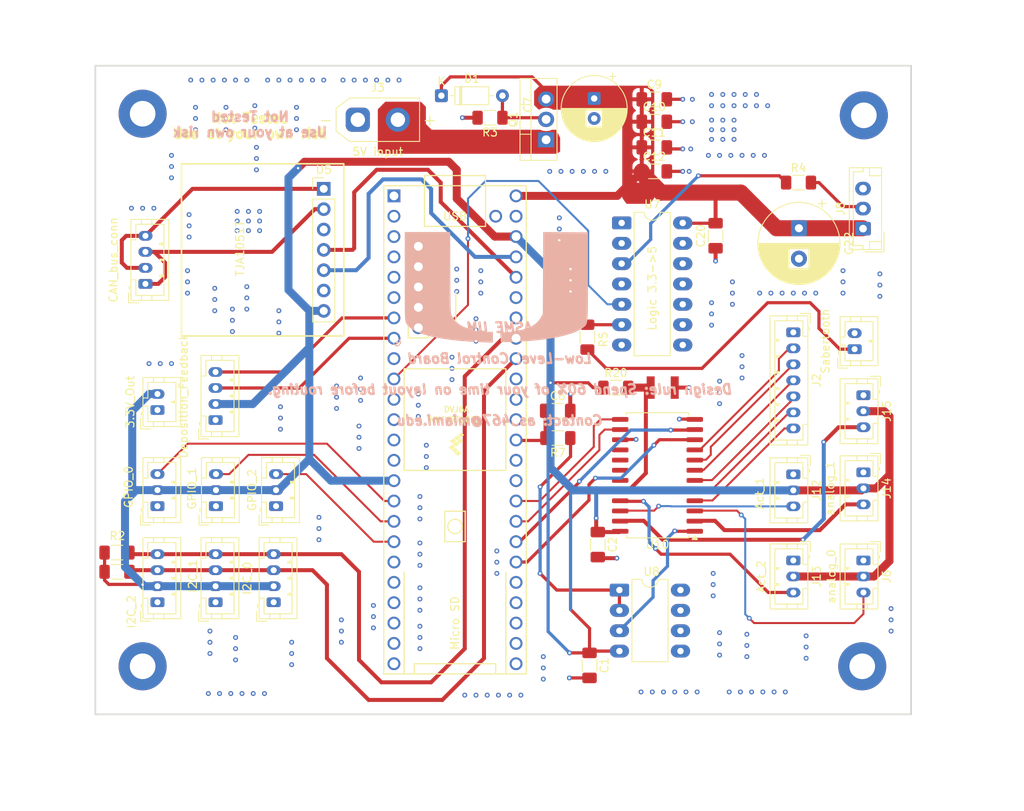
<source format=kicad_pcb>
(kicad_pcb (version 20241229) (generator "pcbnew") (generator_version "9.0")
  (layers (0 "F.Cu" signal) (4 "In1.Cu" signal) (6 "In2.Cu" signal) (2 "B.Cu" signal) (13 "F.Paste" user) (15 "B.Paste" user) (5 "F.SilkS" user "F.Silkscreen") (7 "B.SilkS" user "B.Silkscreen") (1 "F.Mask" user) (3 "B.Mask" user) (25 "Edge.Cuts" user))
  (net 0 "")
  (net 1 "GND")
  (net 2 "3.3V")
  (net 3 "Net-(U1-14_A0_TX3_SPDIF_OUT)")
  (net 4 "5V")
  (net 5 "Net-(D1-A+)")
  (net 7 "IN_ANALOG_3")
  (net 8 "IN_ANALOG_4")
  (net 9 "IN_ANALOG_0")
  (net 10 "IN_ANALOG_5")
  (net 11 "IN_ANALOG_1")
  (net 12 "IN_ANALOG_2")
  (net 13 "V_IN_5V")
  (net 14 "SCL")
  (net 15 "SDA")
  (net 16 "IN_ANALOG_6")
  (net 17 "Encoder_B")
  (net 18 "Encoder_A")
  (net 19 "Net-(J8-Pin_2)")
  (net 20 "Net-(J9-Pin_2)")
  (net 21 "Net-(J9-Pin_1)")
  (net 22 "Net-(J10-Pin_1)")
  (net 23 "ANALOG_Act_1")
  (net 24 "ANALOG_Act_2")
  (net 25 "IN_ANALOG_7")
  (net 26 "IN_ANALOG_8")
  (net 27 "GPIO_0")
  (net 28 "GPIO_1")
  (net 29 "GPIO_2")
  (net 31 "DI_5V_LED")
  (net 32 "Saber_5.0V")
  (net 33 "ANALOG_SIG_MUX")
  (net 34 "V_Thermister")
  (net 36 "Saber_3.3V")
  (net 38 "SCK")
  (net 40 "S0_mux")
  (net 44 "NC")
  (net 46 "TX_CAN")
  (net 51 "MISO")
  (net 53 "CS")
  (net 56 "S2_mux")
  (net 63 "S3_mux")
  (net 65 "RX_CAN")
  (net 69 "MOSI")
  (net 71 "S1_mux")
  (net 73 "DI_3.3V_LED")
  (net 76 "Net-(U10-COM)")
  (footprint "Resistor_SMD:R_1206_3216Metric_Pad1.30x1.75mm_HandSolder" (layer "F.Cu") (at 216.25 77.6)
    (property "Reference" "R4")
    (property "Value" "330")
  )
  (footprint "Connector_JST:JST_PH_B2B-PH-K_1x02_P2.00mm_Vertical" (layer "F.Cu") (at 136.25 106 90)
    (property "Reference" "J1" (hide yes))
    (property "Value" "3.3V_Out")
  )
  (footprint "Resistor_SMD:R_1206_3216Metric_Pad1.30x1.75mm_HandSolder" (layer "F.Cu") (at 193.45 103.2)
    (property "Reference" "R20")
    (property "Value" "10k")
  )
  (footprint "Resistor_SMD:R_1206_3216Metric_Pad1.30x1.75mm_HandSolder" (layer "F.Cu") (at 177.75 69.5 180)
    (property "Reference" "R3")
    (property "Value" "100")
  )
  (footprint "Connector_JST:JST_PH_B3B-PH-K_1x03_P2.00mm_Vertical" (layer "F.Cu") (at 143.55 118 90)
    (property "Reference" "J17")
    (property "Value" "GPIO_1")
  )
  (footprint "Connector_JST:JST_EH_B3B-EH-A_1x03_P2.50mm_Vertical" (layer "F.Cu") (at 224.3 83.35 90)
    (property "Reference" "J8")
    (property "Value" "LED_OUT")
  )
  (footprint "Resistor_SMD:R_1206_3216Metric_Pad1.30x1.75mm_HandSolder" (layer "F.Cu") (at 131.2 123.8)
    (property "Reference" "R2")
    (property "Value" "4.7K" (hide yes))
  )
  (footprint "teensy.pretty-master:Teensy41" (layer "F.Cu") (at 173.38 108.47 -90)
    (property "Reference" "U1" (hide yes))
    (property "Value" "Teensy4.1")
  )
  (footprint "Connector_JST:JST_PH_B4B-PH-K_1x04_P2.00mm_Vertical" (layer "F.Cu") (at 143.5 130 90)
    (property "Reference" "J4" (hide yes))
    (property "Value" "I2C_1")
  )
  (footprint "Package_DIP:DIP-14_W7.62mm_LongPads" (layer "F.Cu") (at 194.18 82.64)
    (property "Reference" "U7")
    (property "Value" "SN74AHCT125N")
  )
  (footprint "PCM_SL_Mechanical:MountingHole_3.2mm_Pad" (layer "F.Cu") (at 134.4 69)
    (property "Reference" "H2" (hide yes))
    (property "Value" "MountingHole_M3_3.2mm_Pad")
  )
  (footprint "Connector_JST:JST_PH_B3B-PH-K_1x03_P2.00mm_Vertical" (layer "F.Cu") (at 224.35 113.782323 -90)
    (property "Reference" "J14")
    (property "Value" "JST_03" (hide yes))
  )
  (footprint "Connector_JST:JST_PH_B4B-PH-K_1x04_P2.00mm_Vertical" (layer "F.Cu") (at 136.25 130 90)
    (property "Reference" "J5" (hide yes))
    (property "Value" "I2C_2")
  )
  (footprint "Connector_JST:JST_PH_B3B-PH-K_1x03_P2.00mm_Vertical" (layer "F.Cu") (at 224.35 124.782323 -90)
    (property "Reference" "J6")
    (property "Value" "analog_0")
  )
  (footprint "Connector_JST:JST_PH_B3B-PH-K_1x03_P2.00mm_Vertical" (layer "F.Cu") (at 224.35 104.15 -90)
    (property "Reference" "J15")
    (property "Value" "analog_2")
  )
  (footprint "Capacitor_THT:CP_Radial_D8.0mm_P2.50mm" (layer "F.Cu") (at 190.75 67.097349 -90)
    (property "Reference" "C7")
    (property "Value" "100 uF")
  )
  (footprint "Connector_PinHeader_2.54mm:PinHeader_1x07_P2.54mm_Vertical" (layer "F.Cu") (at 157 78.38)
    (property "Reference" "U5")
    (property "Value" "TJA1051T")
  )
  (footprint "Capacitor_SMD:C_1206_3216Metric_Pad1.33x1.80mm_HandSolder" (layer "F.Cu") (at 191.2 122.8 -90)
    (property "Reference" "C2")
    (property "Value" "100 nF")
  )
  (footprint "Resistor_SMD:R_1206_3216Metric_Pad1.30x1.75mm_HandSolder" (layer "F.Cu") (at 189.9 96.9 -90)
    (property "Reference" "R5")
    (property "Value" "330")
  )
  (footprint "Connector_JST:JST_PH_B3B-PH-K_1x03_P2.00mm_Vertical" (layer "F.Cu") (at 215.6 124.782323 -90)
    (property "Reference" "J13")
    (property "Value" "Act_2")
  )
  (footprint "Capacitor_SMD:C_1206_3216Metric_Pad1.33x1.80mm_HandSolder" (layer "F.Cu") (at 198.25 67.2)
    (property "Reference" "C9")
    (property "Value" "10 uF")
  )
  (footprint "Package_TO_SOT_THT:TO-220-3_Vertical" (layer "F.Cu") (at 184.75 72.25 90)
    (property "Reference" "Q1")
    (property "Value" "PMOS")
  )
  (footprint "Package_DIP:DIP-8_W7.62mm_LongPads" (layer "F.Cu") (at 193.9 128.48)
    (property "Reference" "U8")
    (property "Value" "6002 op amp")
  )
  (footprint "Connector_JST:JST_PH_B4B-PH-K_1x04_P2.00mm_Vertical" (layer "F.Cu") (at 150.75 130 90)
    (property "Reference" "J11" (hide yes))
    (property "Value" "I2C_0")
  )
  (footprint "Package_SO:SOIC-24W_7.5x15.4mm_P1.27mm" (layer "F.Cu") (at 198.65 114.155 180)
    (property "Reference" "U10")
    (property "Value" "CD74HC4067M")
  )
  (footprint "Connector_JST:JST_PH_B2B-PH-K_1x02_P2.00mm_Vertical" (layer "F.Cu") (at 223.25 98.4 90)
    (property "Reference" "J10" (hide yes))
    (property "Value" "Sabertooth")
  )
  (footprint "Connector_JST:JST_PH_B3B-PH-K_1x03_P2.00mm_Vertical" (layer "F.Cu") (at 151.05 118 90)
    (property "Reference" "J18")
    (property "Value" "GPIO_2")
  )
  (footprint "Resistor_SMD:R_1206_3216Metric_Pad1.30x1.75mm_HandSolder" (layer "F.Cu") (at 186.2125 109.5 180)
    (property "Reference" "R7")
    (property "Value" "330")
  )
  (footprint "Capacitor_THT:CP_Radial_D10.0mm_P3.80mm" (layer "F.Cu") (at 216.3 83.3 -90)
    (property "Reference" "C22")
    (property "Value" "470uF")
  )
  (footprint "PCM_SL_Mechanical:MountingHole_3.2mm_Pad" (layer "F.Cu") (at 224.4 69.2)
    (property "Reference" "H1" (hide yes))
    (property "Value" "MountingHole_M3_3.2mm_Pad")
  )
  (footprint "Connector_JST:JST_PH_B7B-PH-K_1x07_P2.00mm_Vertical" (layer "F.Cu") (at 215.6 96.3 -90)
    (property "Reference" "J2")
    (property "Value" "Analog input")
  )
  (footprint "Capacitor_SMD:C_1206_3216Metric_Pad1.33x1.80mm_HandSolder" (layer "F.Cu") (at 205.9 84.2375 90)
    (property "Reference" "C20")
    (property "Value" "100nf")
  )
  (footprint "PCM_SL_Mechanical:MountingHole_3.2mm_Pad" (layer "F.Cu") (at 224.2 138)
    (property "Reference" "H3" (hide yes))
    (property "Value" "MountingHole_M3_3.2mm_Pad")
  )
  (footprint "PCM_SL_Mechanical:MountingHole_3.2mm_Pad" (layer "F.Cu") (at 134.4 138)
    (property "Reference" "H4" (hide yes))
    (property "Value" "MountingHole_M3_3.2mm_Pad")
  )
  (footprint "Connector_JST:JST_PH_B4B-PH-K_1x04_P2.00mm_Vertical" (layer "F.Cu") (at 143.5 107.25 90)
    (property "Reference" "J7" (hide yes))
    (property "Value" "Deposition_Feedback")
  )
  (footprint "Connector_JST:JST_PH_B3B-PH-K_1x03_P2.00mm_Vertical" (layer "F.Cu") (at 136.25 118 90)
    (property "Reference" "J16")
    (property "Value" "GPIO_0")
  )
  (footprint "Connector_JST:JST_PH_B3B-PH-K_1x03_P2.00mm_Vertical" (layer "F.Cu") (at 215.6 114.032323 -90)
    (property "Reference" "J12")
    (property "Value" "Act_1")
  )
  (footprint "Diode_THT:D_DO-35_SOD27_P7.62mm_Horizontal" (layer "F.Cu") (at 171.68 66.75)
    (property "Reference" "D1")
    (property "Value" "D,Zener,IEC")
  )
  (footprint "Connector_AMASS:AMASS_XT30UPB-M_1x02_P5.0mm_Vertical" (layer "F.Cu") (at 161.25 69.75)
    (property "Reference" "J3")
    (property "Value" "5V input")
  )
  (footprint "Capacitor_SMD:C_1206_3216Metric_Pad1.33x1.80mm_HandSolder" (layer "F.Cu") (at 190.17 137.8875 -90)
    (property "Reference" "C1")
    (property "Value" "100 nF")
  )
  (footprint "Resistor_SMD:R_1206_3216Metric_Pad1.30x1.75mm_HandSolder" (layer "F.Cu") (at 131.2 126.2)
    (property "Reference" "R1" (hide yes))
    (property "Value" "4.7K")
  )
  (footprint "Connector_JST:JST_PH_B4B-PH-K_1x04_P2.00mm_Vertical" (layer "F.Cu") (at 134.75 90.25 90)
    (property "Reference" "J9" (hide yes))
    (property "Value" "CAN_bus_conn")
  )
  (footprint "Capacitor_SMD:C_1206_3216Metric_Pad1.33x1.80mm_HandSolder" (layer "F.Cu") (at 186.2 106.1)
    (property "Reference" "C6")
    (property "Value" "100 nF")
  )
  (footprint "Capacitor_SMD:C_1206_3216Metric_Pad1.33x1.80mm_HandSolder" (layer "F.Cu") (at 198.25 70)
    (property "Reference" "C10")
    (property "Value" "100 nF")
  )
  (footprint "Capacitor_SMD:C_1206_3216Metric_Pad1.33x1.80mm_HandSolder" (layer "F.Cu") (at 198.25 73.2)
    (property "Reference" "C11")
    (property "Value" "100 nF")
  )
  (footprint "Capacitor_SMD:C_1206_3216Metric_Pad1.33x1.80mm_HandSolder" (layer "F.Cu") (at 198.25 76.2)
    (property "Reference" "C12")
    (property "Value" "100 nF")
  )
  (footprint "PCM_SparkFun-Fuse:1210" (layer "F.Cu") (at 199.3 103.2 180)
    (property "Reference" "TH2")
    (property "Value" "Thermistor_NTC 10k")
  )
  (footprint "LOGO" (layer "B.Cu") (at 178.2 90.8 180)
    (property "Reference" "G***" (hide yes))
    (property "Value" "LOGO" (hide yes))
  )
  (gr_rect (start 139.25 75.25) (end 159.5 96.75) (stroke (width 0.2)) (fill no) (layer "F.SilkS"))
  (gr_rect (start 128.5 63) (end 230.3 144) (stroke (width 0.2)) (fill no) (layer "Edge.Cuts"))
  (gr_text "analog_1\n" (at 220.2 115.8 90) (layer "F.SilkS") (effects (font (size 1 1))))
  (gr_text "Not Tested\nUse at your own risk" (at 147.8 72.2 0) (layer "F.SilkS") (effects (font (size 1.2 1.2) (thickness 0.3) (bold yes)) (justify bottom)))
  (gr_text "ASME UM\n\nLow-Level Control Board\n\nDesign rule: Spend 60% of your time on layout before routing.\n\nContact: asa467@miami.edu" (at 179 108 0) (layer "B.SilkS") (effects (font (size 1.2 1.2) (thickness 0.3) (bold yes) (italic yes)) (justify bottom mirror)))
  (gr_text "Not Tested\nUse at your own risk" (at 147.8 72 -0) (layer "B.SilkS") (effects (font (size 1.2 1.2) (thickness 0.3) (bold yes)) (justify bottom mirror)))
  (segment (start 205.9 87.4) (end 205.9 85.8) (width 0.5) (layer "F.Cu") (net 1))
  (segment (start 200.8 103.2) (end 202.6 103.2) (width 0.5) (layer "F.Cu") (net 1))
  (segment (start 203.3 107.13) (end 201.37 107.13) (width 0.4) (layer "F.Cu") (net 1))
  (segment (start 191.2 124.5) (end 193.575 124.5) (width 0.5) (layer "F.Cu") (net 1))
  (segment (start 199.8125 73.4) (end 201.8 73.4) (width 0.4) (layer "F.Cu") (net 1))
  (segment (start 176.2 69.5) (end 175.9 69.5) (width 0.5) (layer "F.Cu") (net 1))
  (segment (start 174.3 69.5) (end 176.2 69.5) (width 0.5) (layer "F.Cu") (net 1))
  (segment (start 187.7625 106.1) (end 187.7625 104.0375) (width 0.5) (layer "F.Cu") (net 1))
  (segment (start 187.7625 104.0375) (end 187.8 104) (width 0.5) (layer "F.Cu") (net 1))
  (segment (start 199.8125 67.2) (end 201.8 67.2) (width 0.4) (layer "F.Cu") (net 1))
  (segment (start 199.8125 70) (end 201.8 70) (width 0.4) (layer "F.Cu") (net 1))
  (segment (start 190.17 139.45) (end 187.65 139.45) (width 0.4) (layer "F.Cu") (net 1))
  (segment (start 175.9 69.5) (end 175.8 69.6) (width 0.5) (layer "F.Cu") (net 1))
  (segment (start 195.97 109.67) (end 194 109.67) (width 0.4) (layer "F.Cu") (net 1))
  (segment (start 199.8125 76.2) (end 201.8 76.2) (width 0.4) (layer "F.Cu") (net 1))
  (via (at 201.37 107.13) (size 0.6) (drill 0.3) (layers "F.Cu" "B.Cu") (net 1))
  (via (at 178.6 123.6) (size 0.6) (drill 0.3) (layers "F.Cu" "B.Cu") (net 1))
  (via (at 205.4 72.2) (size 0.6) (drill 0.3) (layers "F.Cu" "B.Cu") (net 1))
  (via (at 187.65 139.45) (size 0.6) (drill 0.3) (layers "F.Cu" "B.Cu") (net 1))
  (via (at 153 137.8) (size 0.6) (drill 0.3) (layers "F.Cu" "B.Cu") (net 1))
  (via (at 208 92.8) (size 0.6) (drill 0.3) (layers "F.Cu" "B.Cu") (net 1))
  (via (at 209.8 135.4) (size 0.6) (drill 0.3) (layers "F.Cu" "B.Cu") (net 1))
  (via (at 210.4 141.2) (size 0.6) (drill 0.3) (layers "F.Cu" "B.Cu") (net 1))
  (via (at 187.8 104) (size 0.6) (drill 0.3) (layers "F.Cu" "B.Cu") (net 1))
  (via (at 213.2 141.2) (size 0.6) (drill 0.3) (layers "F.Cu" "B.Cu") (net 1))
  (via (at 206.4 136.6) (size 0.6) (drill 0.3) (layers "F.Cu" "B.Cu") (net 1))
  (via (at 168.8 105.4) (size 0.6) (drill 0.3) (layers "F.Cu" "B.Cu") (net 1))
  (via (at 153.6 68.2) (size 0.6) (drill 0.3) (layers "F.Cu" "B.Cu") (net 1))
  (via (at 206.8 72.2) (size 0.6) (drill 0.3) (layers "F.Cu" "B.Cu") (net 1))
  (via (at 148.4 68) (size 0.6) (drill 0.3) (layers "F.Cu" "B.Cu") (net 1))
  (via (at 198 141.2) (size 0.6) (drill 0.3) (layers "F.Cu" "B.Cu") (net 1))
  (via (at 177.4 141.6) (size 0.6) (drill 0.3) (layers "F.Cu" "B.Cu") (net 1))
  (via (at 153 136.4) (size 0.6) (drill 0.3) (layers "F.Cu" "B.Cu") (net 1))
  (via (at 147.4 64.8) (size 0.6) (drill 0.3) (layers "F.Cu" "B.Cu") (net 1))
  (via (at 176 141.6) (size 0.6) (drill 0.3) (layers "F.Cu" "B.Cu") (net 1))
  (via (at 190.8 76.2) (size 0.6) (drill 0.3) (layers "F.Cu" "B.Cu") (net 1))
  (via (at 186.4 84.8) (size 0.6) (drill 0.3) (layers "F.Cu" "B.Cu") (net 1))
  (via (at 169.8 110.4) (size 0.6) (drill 0.3) (layers "F.Cu" "B.Cu") (net 1))
  (via (at 146.2 82.4) (size 0.6) (drill 0.3) (layers "F.Cu" "B.Cu") (net 1))
  (via (at 141 68.2) (size 0.6) (drill 0.3) (layers "F.Cu" "B.Cu") (net 1))
  (via (at 196.6 141.2) (size 0.6) (drill 0.3) (layers "F.Cu" "B.Cu") (net 1))
  (via (at 159.2 133.6) (size 0.6) (drill 0.3) (layers "F.Cu" "B.Cu") (net 1))
  (via (at 147.6 81.2) (size 0.6) (drill 0.3) (layers "F.Cu" "B.Cu") (net 1))
  (via (at 140 91.4) (size 0.6) (drill 0.3) (layers "F.Cu" "B.Cu") (net 1))
  (via (at 149 83.6) (size 0.6) (drill 0.3) (layers "F.Cu" "B.Cu") (net 1))
  (via (at 151.6 107) (size 0.6) (drill 0.3) (layers "F.Cu" "B.Cu") (net 1))
  (via (at 146 134.4) (size 0.6) (drill 0.3) (layers "F.Cu" "B.Cu") (net 1))
  (via (at 146.2 83.6) (size 0.6) (drill 0.3) (layers "F.Cu" "B.Cu") (net 1))
  (via (at 221.8 91.4) (size 0.6) (drill 0.3) (layers "F.Cu" "B.Cu") (net 1))
  (via (at 205.6 129.2) (size 0.6) (drill 0.3) (layers "F.Cu" "B.Cu") (net 1))
  (via (at 153.6 71) (size 0.6) (drill 0.3) (layers "F.Cu" "B.Cu") (net 1))
  (via (at 208.2 66.6) (size 0.6) (drill 0.3) (layers "F.Cu" "B.Cu") (net 1))
  (via (at 211 66.6) (size 0.6) (drill 0.3) (layers "F.Cu" "B.Cu") (net 1))
  (via (at 147.4 93.4) (size 0.6) (drill 0.3) (layers "F.Cu" "B.Cu") (net 1))
  (via (at 192.2 76.2) (size 0.6) (drill 0.3) (layers "F.Cu" "B.Cu") (net 1))
  (via (at 169 133) (size 0.6) (drill 0.3) (layers "F.Cu" "B.Cu") (net 1))
  (via (at 141 71) (size 0.6) (drill 0.3) (layers "F.Cu" "B.Cu") (net 1))
  (via (at 140.2 83) (size 0.6) (drill 0.3) (layers "F.Cu" "B.Cu") (net 1))
  (via (at 173.6 91.2) (size 0.6) (drill 0.3) (layers "F.Cu" "B.Cu") (net 1))
  (via (at 211.8 141.2) (size 0.6) (drill 0.3) (layers "F.Cu" "B.Cu") (net 1))
  (via (at 205 74.2) (size 0.6) (drill 0.3) (layers "F.Cu" "B.Cu") (net 1))
  (via (at 148.6 74.6) (size 0.6) (drill 0.3) (layers "F.Cu" "B.Cu") (net 1))
  (via (at 169 118.2) (size 0.6) (drill 0.3) (layers "F.Cu" "B.Cu") (net 1))
  (via (at 151.4 93.6) (size 0.6) (drill 0.3) (layers "F.Cu" "B.Cu") (net 1))
  (via (at 184.4 136.8) (size 0.6) (drill 0.3) (layers "F.Cu" "B.Cu") (net 1))
  (via (at 227.8 133.6) (size 0.6) (drill 0.3) (layers "F.Cu" "B.Cu") (net 1))
  (via (at 178.6 125) (size 0.6) (drill 0.3) (layers "F.Cu" "B.Cu") (net 1))
  (via (at 163.2 130.4) (size 0.6) (drill 0.3) (layers "F.Cu" "B.Cu") (net 1))
  (via (at 203.6 141.2) (size 0.6) (drill 0.3) (layers "F.Cu" "B.Cu") (net 1))
  (via (at 189.4 76.2) (size 0.6) (drill 0.3) (layers "F.Cu" "B.Cu") (net 1))
  (via (at 180.2 141.6) (size 0.6) (drill 0.3) (layers "F.Cu" "B.Cu") (net 1))
  (via (at 206.4 105.2) (size 0.6) (drill 0.3) (layers "F.Cu" "B.Cu") (net 1))
  (via (at 173 99.4) (size 0.6) (drill 0.3) (layers "F.Cu" "B.Cu") (net 1))
  (via (at 163.2 133.2) (size 0.6) (drill 0.3) (layers "F.Cu" "B.Cu") (net 1))
  (via (at 147.6 82.4) (size 0.6) (drill 0.3) (layers "F.Cu" "B.Cu") (net 1))
  (via (at 206.4 103.8) (size 0.6) (drill 0.3) (layers "F.Cu" "B.Cu") (net 1))
  (via (at 169 122.6) (size 0.6) (drill 0.3) (layers "F.Cu" "B.Cu") (net 1))
  (via (at 169 124) (size 0.6) (drill 0.3) (layers "F.Cu" "B.Cu") (net 1))
  (via (at 145.4 141.4) (size 0.6) (drill 0.3) (layers "F.Cu" "B.Cu") (net 1))
  (via (at 227.8 130.8) (size 0.6) (drill 0.3) (layers "F.Cu" "B.Cu") (net 1))
  (via (at 143.2 64.8) (size 0.6) (drill 0.3) (layers "F.Cu" "B.Cu") (net 1))
  (via (at 201.8 67.2) (size 0.6) (drill 0.3) (layers "F.Cu" "B.Cu") (net 1))
  (via (at 151.4 96.4) (size 0.6) (drill 0.3) (layers "F.Cu" "B.Cu") (net 1))
  (via (at 142.8 135) (size 0.6) (drill 0.3) (layers "F.Cu" "B.Cu") (net 1))
  (via (at 151.6 105.6) (size 0.6) (drill 0.3) (layers "F.Cu" "B.Cu") (net 1))
  (via (at 208 91.4) (size 0.6) (drill 0.3) (layers "F.Cu" "B.Cu") (net 1))
  (via (at 157 64.8) (size 0.6) (drill 0.3) (layers "F.Cu" "B.Cu") (net 1))
  (via (at 226.4 89) (size 0.6) (drill 0.3) (layers "F.Cu" "B.Cu") (net 1))
  (via (at 142.6 141.4) (size 0.6) (drill 0.3) (layers "F.Cu" "B.Cu") (net 1))
  (via (at 146 135.8) (size 0.6) (drill 0.3) (layers "F.Cu" "B.Cu") (net 1))
  (via (at 150 64.8) (size 0.6) (drill 0.3) (layers "F.Cu" "B.Cu") (net 1))
  (via (at 168.8 106.8) (size 0.6) (drill 0.3) (layers "F.Cu" "B.Cu") (net 1))
  (via (at 206.8 69.8) (size 0.6) (drill 0.3) (layers "F.Cu" "B.Cu") (net 1))
  (via (at 148.4 70.8) (size 0.6) (drill 0.3) (layers "F.Cu" "B.Cu") (net 1))
  (via (at 160.8 64.8) (size 0.6) (drill 0.3) (layers "F.Cu" "B.Cu") (net 1))
  (via (at 202.6 76.2) (size 0.6) (drill 0.3) (layers "F.Cu" "B.Cu") (net 1))
  (via (at 209 141.2) (size 0.6) (drill 0.3) (layers "F.Cu" "B.Cu") (net 1))
  (via (at 149 82.4) (size 0.6) (drill 0.3) (layers "F.Cu" "B.Cu") (net 1))
  (via (at 211 68) (size 0.6) (drill 0.3) (layers "F.Cu" "B.Cu") (net 1))
  (via (at 215.6 91.4) (size 0.6) (drill 0.3) (layers "F.Cu" "B.Cu") (net 1))
  (via (at 209.2 74.2) (size 0.6) (drill 0.3) (layers "F.Cu" "B.Cu") (net 1))
  (via (at 202.2 141.2) (size 0.6) (drill 0.3) (layers "F.Cu" "B.Cu") (net 1))
  (via (at 142.8 136.4) (size 0.6) (drill 0.3) (layers "F.Cu" "B.Cu") (net 1))
  (via (at 144 141.4) (size 0.6) (drill 0.3) (layers "F.Cu" "B.Cu") (net 1))
  (via (at 153.6 69.6) (size 0.6) (drill 0.3) (layers "F.Cu" "B.Cu") (net 1))
  (via (at 146 64.8) (size 0.6) (drill 0.3) (layers "F.Cu" "B.Cu") (net 1))
  (via (at 145.6 96.2) (size 0.6) (drill 0.3) (layers "F.Cu" "B.Cu") (net 1))
  (via (at 148.2 141.4) (size 0.6) (drill 0.3) (layers "F.Cu" "B.Cu") (net 1))
  (via (at 169 125.4) (size 0.6) (drill 0.3) (layers "F.Cu" "B.Cu") (net 1))
  (via (at 133 80.8) (size 0.6) (drill 0.3) (layers "F.Cu" "B.Cu") (net 1))
  (via (at 207.6 141.2) (size 0.6) (drill 0.3) (layers "F.Cu" "B.Cu") (net 1))
  (via (at 208.2 71) (size 0.6) (drill 0.3) (layers "F.Cu" "B.Cu") (net 1))
  (via (at 205.9 87.4) (size 0.6) (drill 0.3) (layers "F.Cu" "B.Cu") (net 1))
  (via (at 207.8 74.2) (size 0.6) (drill 0.3) (layers "F.Cu" "B.Cu") (net 1))
  (via (at 158.6 104.4) (size 0.6) (drill 0.3) (layers "F.Cu" "B.Cu") (net 1))
  (via (at 193.575 124.5) (size 0.6) (drill 0.3) (layers "F.Cu" "B.Cu") (net 1))
  (via (at 218.4 91.4) (size 0.6) (drill 0.3) (layers "F.Cu" "B.Cu") (net 1))
  (via (at 201.8 76.2) (size 0.6) (drill 0.3) (layers "F.Cu" "B.Cu") (net 1))
  (via (at 145.6 94.8) (size 0.6) (drill 0.3) (layers "F.Cu" "B.Cu") (net 1))
  (via (at 134.4 80.8) (size 0.6) (drill 0.3) (layers "F.Cu" "B.Cu") (net 1))
  (via (at 173 102.2) (size 0.6) (drill 0.3) (layers "F.Cu" "B.Cu") (net 1))
  (via (at 188 76.2) (size 0.6) (drill 0.3) (layers "F.Cu" "B.Cu") (net 1))
  (via (at 136.6 100.2) (size 0.6) (drill 0.3) (layers "F.Cu" "B.Cu") (net 1))
  (via (at 176.6 90) (size 0.6) (drill 0.3) (layers "F.Cu" "B.Cu") (net 1))
  (via (at 202.6 103.2) (size 0.6) (drill 0.3) (layers "F.Cu" "B.Cu") (net 1))
  (via (at 155.6 64.8) (size 0.6) (drill 0.3) (layers "F.Cu" "B.Cu") (net 1))
  (via (at 159.4 64.8) (size 0.6) (drill 0.3) (layers "F.Cu" "B.Cu") (net 1))
  (via (at 206.4 135.2) (size 0.6) (drill 0.3) (layers "F.Cu" "B.Cu") (net 1))
  (via (at 206.4 102.4) (size 0.6) (drill 0.3) (layers "F.Cu" "B.Cu") (net 1))
  (via (at 209.2 100.6) (size 0.6) (drill 0.3) (layers "F.Cu" "B.Cu") (net 1))
  (via (at 184.4 138.2) (size 0.6) (drill 0.3) (layers "F.Cu" "B.Cu") (net 1))
  (via (at 209.2 99.2) (size 0.6) (drill 0.3) (layers "F.Cu" "B.Cu") (net 1))
  (via (at 163.6 64.8) (size 0.6) (drill 0.3) (layers "F.Cu" "B.Cu") (net 1))
  (via (at 174.6 141.6) (size 0.6) (drill 0.3) (layers "F.Cu" "B.Cu") (net 1))
  (via (at 158.6 103) (size 0.6) (drill 0.3) (layers "F.Cu" "B.Cu") (net 1))
  (via (at 221.8 88.6) (size 0.6) (drill 0.3) (layers "F.Cu" "B.Cu") (net 1))
  (via (at 209.6 68) (size 0.6) (drill 0.3) (layers "F.Cu" "B.Cu") (net 1))
  (via (at 148.4 69.4) (size 0.6) (drill 0.3) (layers "F.Cu" "B.Cu") (net 1))
  (via (at 186.4 82) (size 0.6) (drill 0.3) (layers "F.Cu" "B.Cu") (net 1))
  (via (at 205.4 71) (size 0.6) (drill 0.3) (layers "F.Cu" "B.Cu") (net 1))
  (via (at 163.2 131.8) (size 0.6) (drill 0.3) (layers "F.Cu" "B.Cu") (net 1))
  (via (at 208.2 72.2) (size 0.6) (drill 0.3) (layers "F.Cu" "B.Cu") (net 1))
  (via (at 203 70) (size 0.6) (drill 0.3) (layers "F.Cu" "B.Cu") (net 1))
  (via (at 169.8 111.8) (size 0.6) (drill 0.3) (layers "F.Cu" "B.Cu") (net 1))
  (via (at 169 129.6) (size 0.6) (drill 0.3) (layers "F.Cu" "B.Cu") (net 1))
  (via (at 201.8 70) (size 0.6) (drill 0.3) (layers "F.Cu" "B.Cu") (net 1))
  (via (at 169.8 113.2) (size 0.6) (drill 0.3) (layers "F.Cu" "B.Cu") (net 1))
  (via (at 161.4 108) (size 0.6) (drill 0.3) (layers "F.Cu" "B.Cu") (net 1))
  (via (at 151.4 95) (size 0.6) (drill 0.3) (layers "F.Cu" "B.Cu") (net 1))
  (via (at 169 135.8) (size 0.6) (drill 0.3) (layers "F.Cu" "B.Cu") (net 1))
  (via (at 178.8 141.6) (size 0.6) (drill 0.3) (layers "F.Cu" "B.Cu") (net 1))
  (via (at 187.8 91.2) (size 0.6) (drill 0.3) (layers "F.Cu" "B.Cu") (net 1))
  (via (at 176 97.4) (size 0.6) (drill 0.3) (layers "F.Cu" "B.Cu") (net 1))
  (via (at 142.8 133.6) (size 0.6) (drill 0.3) (layers "F.Cu" "B.Cu") (net 1))
  (via (at 165 64.8) (size 0.6) (drill 0.3) (layers "F.Cu" "B.Cu") (net 1))
  (via (at 187.8 89.8) (size 0.6) (drill 0.3) (layers "F.Cu" "B.Cu") (net 1))
  (via (at 211.4 91.4) (size 0.6) (drill 0.3) (layers "F.Cu" "B.Cu") (net 1))
  (via (at 166.4 64.8) (size 0.6) (drill 0.3) (layers "F.Cu" "B.Cu") (net 1))
  (via (at 143.4 90.8) (size 0.6) (drill 0.3) (layers "F.Cu" "B.Cu") (net 1))
  (via (at 143.4 92.2) (size 0.6) (drill 0.3) (layers "F.Cu" "B.Cu") (net 1))
  (via (at 156.4 119.4) (size 0.6) (drill 0.3) (layers "F.Cu" "B.Cu") (net 1))
  (via (at 176 96) (size 0.6) (drill 0.3) (layers "F.Cu" "B.Cu") (net 1))
  (via (at 148.6 73.2) (size 0.6) (drill 0.3) (layers "F.Cu" "B.Cu") (net 1))
  (via (at 162.2 64.8) (size 0.6) (drill 0.3) (layers "F.Cu" "B.Cu") (net 1))
  (via (at 138 77) (size 0.6) (drill 0.3) (layers "F.Cu" "B.Cu") (net 1))
  (via (at 209.6 66.6) (size 0.6) (drill 0.3) (layers "F.Cu" "B.Cu") (net 1))
  (via (at 217.2 135.6) (size 0.6) (drill 0.3) (layers "F.Cu" "B.Cu") (net 1))
  (via (at 176 94.6) (size 0.6) (drill 0.3) (layers "F.Cu" "B.Cu") (net 1))
  (via (at 186.4 83.4) (size 0.6) (drill 0.3) (layers "F.Cu" "B.Cu") (net 1))
  (via (at 203 67.2) (size 0.6) (drill 0.3) (layers "F.Cu" "B.Cu") (net 1))
  (via (at 205.4 66.6) (size 0.6) (drill 0.3) (layers "F.Cu" "B.Cu") (net 1))
  (via (at 138 74.2) (size 0.6) (drill 0.3) (layers "F.Cu" "B.Cu") (net 1))
  (via (at 144.8 68.2) (size 0.6) (drill 0.3) (layers "F.Cu" "B.Cu") (net 1))
  (via (at 156.4 120.8) (size 0.6) (drill 0.3) (layers "F.Cu" "B.Cu") (net 1))
  (via (at 135.8 80.8) (size 0.6) (drill 0.3) (layers "F.Cu" "B.Cu") (net 1))
  (via (at 140 88.6) (size 0.6) (drill 0.3) (layers "F.Cu" "B.Cu") (net 1))
  (via (at 226.4 90.4) (size 0.6) (drill 0.3) (layers "F.Cu" "B.Cu") (net 1))
  (via (at 176.6 91.4) (size 0.6) (drill 0.3) (layers "F.Cu" "B.Cu") (net 1))
  (via (at 138 75.6) (size 0.6) (drill 0.3) (layers "F.Cu" "B.Cu") (net 1))
  (via (at 144.8 71) (size 0.6) (drill 0.3) (layers "F.Cu" "B.Cu") (net 1))
  (via (at 161.4 110.8) (size 0.6) (drill 0.3) (layers "F.Cu" "B.Cu") (net 1))
  (via (at 205.6 127.8) (size 0.6) (drill 0.3) (layers "F.Cu" "B.Cu") (net 1))
  (via (at 161.6 103.4) (size 0.6) (drill 0.3) (layers "F.Cu" "B.Cu") (net 1))
  (via (at 210.6 74.2) (size 0.6) (drill 0.3) (layers "F.Cu" "B.Cu") (net 1))
  (via (at 181.6 141.6) (size 0.6) (drill 0.3) (layers "F.Cu" "B.Cu") (net 1))
  (via (at 144.8 69.6) (size 0.6) (drill 0.3) (layers "F.Cu" "B.Cu") (net 1))
  (via (at 202.8 73.4) (size 0.6) (drill 0.3) (layers "F.Cu" "B.Cu") (net 1))
  (via (at 154.2 64.8) (size 0.6) (drill 0.3) (layers "F.Cu" "B.Cu") (net 1))
  (via (at 206.8 71) (size 0.6) (drill 0.3) (layers "F.Cu" "B.Cu") (net 1))
  (via (at 206.4 74.2) (size 0.6) (drill 0.3) (layers "F.Cu" "B.Cu") (net 1))
  (via (at 174.3 69.5) (size 0.6) (drill 0.3) (layers "F.Cu" "B.Cu") (net 1))
  (via (at 208 90) (size 0.6) (drill 0.3) (layers "F.Cu" "B.Cu") (net 1))
  (via (at 200.8 141.2) (size 0.6) (drill 0.3) (layers "F.Cu" "B.Cu") (net 1))
  (via (at 199.4 141.2) (size 0.6) (drill 0.3) (layers "F.Cu" "B.Cu") (net 1))
  (via (at 159.2 132.2) (size 0.6) (drill 0.3) (layers "F.Cu" "B.Cu") (net 1))
  (via (at 140.4 64.8) (size 0.6) (drill 0.3) (layers "F.Cu" "B.Cu") (net 1))
  (via (at 212.4 68) (size 0.6) (drill 0.3) (layers "F.Cu" "B.Cu") (net 1))
  (via (at 169 119.6) (size 0.6) (drill 0.3) (layers "F.Cu" "B.Cu") (net 1))
  (via (at 208.2 68) (size 0.6) (drill 0.3) (layers "F.Cu" "B.Cu") (net 1))
  (via (at 217.2 137) (size 0.6) (drill 0.3) (layers "F.Cu" "B.Cu") (net 1))
  (via (at 140 90) (size 0.6) (drill 0.3) (layers "F.Cu" "B.Cu") (net 1))
  (via (at 209.2 102) (size 0.6) (drill 0.3) (layers "F.Cu" "B.Cu") (net 1))
  (via (at 212.8 91.4) (size 0.6) (drill 0.3) (layers "F.Cu" "B.Cu") (net 1))
  (via (at 151.6 108.4) (size 0.6) (drill 0.3) (layers "F.Cu" "B.Cu") (net 1))
  (via (at 227.8 132.2) (size 0.6) (drill 0.3) (layers "F.Cu" "B.Cu") (net 1))
  (via (at 208.2 69.8) (size 0.6) (drill 0.3) (layers "F.Cu" "B.Cu") (net 1))
  (via (at 168.8 104) (size 0.6) (drill 0.3) (layers "F.Cu" "B.Cu") (net 1))
  (via (at 143.4 93.6) (size 0.6) (drill 0.3) (layers "F.Cu" "B.Cu") (net 1))
  (via (at 151.4 64.8) (size 0.6) (drill 0.3) (layers "F.Cu" "B.Cu") (net 1))
  (via (at 146.8 141.4) (size 0.6) (drill 0.3) (layers "F.Cu" "B.Cu") (net 1))
  (via (at 217 91.4) (size 0.6) (drill 0.3) (layers "F.Cu" "B.Cu") (net 1))
  (via (at 187.8 88.4) (size 0.6) (drill 0.3) (layers "F.Cu" "B.Cu") (net 1))
  (via (at 169 128.2) (size 0.6) (drill 0.3) (layers "F.Cu" "B.Cu") (net 1))
  (via (at 205.4 92.6) (size 0.6) (drill 0.3) (layers "F.Cu" "B.Cu") (net 1))
  (via (at 214.6 141.2) (size 0.6) (drill 0.3) (layers "F.Cu" "B.Cu") (net 1))
  (via (at 146 137.2) (size 0.6) (drill 0.3) (layers "F.Cu" "B.Cu") (net 1))
  (via (at 161.4 109.4) (size 0.6) (drill 0.3) (layers "F.Cu" "B.Cu") (net 1))
  (via (at 206.8 68) (size 0.6) (drill 0.3) (layers "F.Cu" "B.Cu") (net 1))
  (via (at 205.4 94) (size 0.6) (drill 0.3) (layers "F.Cu" "B.Cu") (net 1))
  (via (at 169 116.8) (size 0.6) (drill 0.3) (layers "F.Cu" "B.Cu") (net 1))
  (via (at 152.8 64.8) (size 0.6) (drill 0.3) (layers "F.Cu" "B.Cu") (net 1))
  (via (at 178.6 126.4) (size 0.6) (drill 0.3) (layers "F.Cu" "B.Cu") (net 1))
  (via (at 206.4 133.8) (size 0.6) (drill 0.3) (layers "F.Cu" "B.Cu") (net 1))
  (via (at 209.8 134) (size 0.6) (drill 0.3) (layers "F.Cu" "B.Cu") (net 1))
  (via (at 145.6 93.4) (size 0.6) (drill 0.3) (layers "F.Cu" "B.Cu") (net 1))
  (via (at 141.8 64.8) (size 0.6) (drill 0.3) (layers "F.Cu" "B.Cu") (net 1))
  (via (at 214.2 91.4) (size 0.6) (drill 0.3) (layers "F.Cu" "B.Cu") (net 1))
  (via (at 206.8 66.6) (size 0.6) (drill 0.3) (layers "F.Cu" "B.Cu") (net 1))
  (via (at 205.6 126.4) (size 0.6) (drill 0.3) (layers "F.Cu" "B.Cu") (net 1))
  (via (at 138 100.2) (size 0.6) (drill 0.3) (layers "F.Cu" "B.Cu") (net 1))
  (via (at 195.97 109.67) (size 0.6) (drill 0.3) (layers "F.Cu" "B.Cu") (net 1))
  (via (at 173.6 88.4) (size 0.6) (drill 0.3) (layers "F.Cu" "B.Cu") (net 1))
  (via (at 161.6 102) (size 0.6) (drill 0.3) (layers "F.Cu" "B.Cu") (net 1))
  (via (at 205.4 95.4) (size 0.6) (drill 0.3) (layers "F.Cu" "B.Cu") (net 1))
  (via (at 140.2 84.4) (size 0.6) (drill 0.3) (layers "F.Cu" "B.Cu") (net 1))
  (via (at 146.2 81.2) (size 0.6) (drill 0.3) (layers "F.Cu" "B.Cu") (net 1))
  (via (at 147.4 92) (size 0.6) (drill 0.3) (layers "F.Cu" "B.Cu") (net 1))
  (via (at 186.6 76.2) (size 0.6) (drill 0.3) (layers "F.Cu" "B.Cu") (net 1))
  (via (at 226.4 91.8) (size 0.6) (drill 0.3) (layers "F.Cu" "B.Cu") (net 1))
  (via (at 169 134.4) (size 0.6) (drill 0.3) (layers "F.Cu" "B.Cu") (net 1))
  (via (at 159.2 135) (size 0.6) (drill 0.3) (layers "F.Cu" "B.Cu") (net 1))
  (via (at 140.2 81.6) (size 0.6) (drill 0.3) (layers "F.Cu" "B.Cu") (net 1))
  (via (at 205.4 69.8) (size 0.6) (drill 0.3) (layers "F.Cu" "B.Cu") (net 1))
  (via (at 147.6 83.6) (size 0.6) (drill 0.3) (layers "F.Cu" "B.Cu") (net 1))
  (via (at 135.2 100.2) (size 0.6) (drill 0.3) (layers "F.Cu" "B.Cu") (net 1))
  (via (at 141 69.6) (size 0.6) (drill 0.3) (layers "F.Cu" "B.Cu") (net 1))
  (via (at 156.4 122.2) (size 0.6) (drill 0.3) (layers "F.Cu" "B.Cu") (net 1))
  (via (at 158.6 105.8) (size 0.6) (drill 0.3) (layers "F.Cu" "B.Cu") (net 1))
  (via (at 161.6 104.8) (size 0.6) (drill 0.3) (layers "F.Cu" "B.Cu") (net 1))
  (via (at 217.2 134.2) (size 0.6) (drill 0.3) (layers "F.Cu" "B.Cu") (net 1))
  (via (at 205.4 68) (size 0.6) (drill 0.3) (layers "F.Cu" "B.Cu") (net 1))
  (via (at 209.8 136.8) (size 0.6) (drill 0.3) (layers "F.Cu" "B.Cu") (net 1))
  (via (at 149 81.2) (size 0.6) (drill 0.3) (layers "F.Cu" "B.Cu") (net 1))
  (via (at 184.4 139.6) (size 0.6) (drill 0.3) (layers "F.Cu" "B.Cu") (net 1))
  (via (at 153 135) (size 0.6) (drill 0.3) (layers "F.Cu" "B.Cu") (net 1))
  (via (at 169 131) (size 0.6) (drill 0.3) (layers "F.Cu" "B.Cu") (net 1))
  (via (at 185.2 76.2) (size 0.6) (drill 0.3) (layers "F.Cu" "B.Cu") (net 1))
  (via (at 148.6 76) (size 0.6) (drill 0.3) (layers "F.Cu" "B.Cu") (net 1))
  (via (at 173 100.8) (size 0.6) (drill 0.3) (layers "F.Cu" "B.Cu") (net 1))
  (via (at 149.6 141.4) (size 0.6) (drill 0.3) (layers "F.Cu" "B.Cu") (net 1))
  (via (at 147.4 90.6) (size 0.6) (drill 0.3) (layers "F.Cu" "B.Cu") (net 1))
  (via (at 176.6 88.6) (size 0.6) (drill 0.3) (layers "F.Cu" "B.Cu") (net 1))
  (via (at 201.8 73.4) (size 0.6) (drill 0.3) (layers "F.Cu" "B.Cu") (net 1))
  (via (at 144.6 64.8) (size 0.6) (drill 0.3) (layers "F.Cu" "B.Cu") (net 1))
  (via (at 173.6 89.8) (size 0.6) (drill 0.3) (layers "F.Cu" "B.Cu") (net 1))
  (via (at 212 74.2) (size 0.6) (drill 0.3) (layers "F.Cu" "B.Cu") (net 1))
  (via (at 221.8 90) (size 0.6) (drill 0.3) (layers "F.Cu" "B.Cu") (net 1))
  (segment (start 190.17 136.325) (end 190.17 133.27) (width 0.4) (layer "F.Cu") (net 2))
  (segment (start 191 119.5) (end 191 121.0375) (width 0.5) (layer "F.Cu") (net 2))
  (segment (start 178.34 84.34) (end 181 84.34) (width 1) (layer "F.Cu") (net 2))
  (segment (start 134.376 127.776) (end 130.176 127.776) (width 0.4) (layer "F.Cu") (net 2))
  (segment (start 227.6 106.8) (end 226.95 106.15) (width 1) (layer "F.Cu") (net 2))
  (segment (start 190.17 136.325) (end 187.675 136.325) (width 0.4) (layer "F.Cu") (net 2))
  (segment (start 154.6 75) (end 172.6 75) (width 1) (layer "F.Cu") (net 2))
  (segment (start 173.6 79.6) (end 178.34 84.34) (width 1) (layer "F.Cu") (net 2))
  (segment (start 225.917677 115.782323) (end 227.6 114.1) (width 1) (layer "F.Cu") (net 2))
  (segment (start 172.6 75) (end 173.6 76) (width 1) (layer "F.Cu") (net 2))
  (segment (start 190.17 133.27) (end 187.8 130.9) (width 0.4) (layer "F.Cu") (net 2))
  (segment (start 226.95 106.15) (end 224.35 106.15) (width 1) (layer "F.Cu") (net 2))
  (segment (start 215.6 116.032323) (end 224.1 116.032323) (width 1) (layer "F.Cu") (net 2))
  (segment (start 130.176 127.776) (end 129.65 127.25) (width 0.4) (layer "F.Cu") (net 2))
  (segment (start 227.6 114.1) (end 227.6 106.8) (width 1) (layer "F.Cu") (net 2))
  (segment (start 153.8 75.8) (end 154.6 75) (width 1) (layer "F.Cu") (net 2))
  (segment (start 191 121.0375) (end 191.2 121.2375) (width 0.5) (layer "F.Cu") (net 2))
  (segment (start 193.8625 121.2375) (end 191.2 121.2375) (width 0.5) (layer "F.Cu") (net 2))
  (segment (start 190.6 103.2) (end 190 102.6) (width 0.4) (layer "F.Cu") (net 2))
  (segment (start 225.675 126.782323) (end 227.6 124.857323) (width 1) (layer "F.Cu") (net 2))
  (segment (start 173.6 76) (end 173.6 79.6) (width 1) (layer "F.Cu") (net 2))
  (segment (start 194 121.1) (end 193.8625 121.2375) (width 0.5) (layer "F.Cu") (net 2))
  (segment (start 191.9 103.2) (end 190.6 103.2) (width 0.4) (layer "F.Cu") (net 2))
  (segment (start 224.35 126.782323) (end 215.6 126.782323) (width 1) (layer "F.Cu") (net 2))
  (segment (start 193.9 136.1) (end 190.395 136.1) (width 0.4) (layer "F.Cu") (net 2))
  (segment (start 224.35 115.782323) (end 225.917677 115.782323) (width 1) (layer "F.Cu") (net 2))
  (segment (start 190 102.6) (end 185.3 102.6) (width 0.4) (layer "F.Cu") (net 2))
  (segment (start 224.35 126.782323) (end 225.675 126.782323) (width 1) (layer "F.Cu") (net 2))
  (segment (start 227.6 124.857323) (end 227.6 114.1) (width 1) (layer "F.Cu") (net 2))
  (segment (start 129.65 127.25) (end 129.65 123.8) (width 0.4) (layer "F.Cu") (net 2))
  (segment (start 190.395 136.1) (end 190.17 136.325) (width 0.4) (layer "F.Cu") (net 2))
  (segment (start 224.1 116.032323) (end 224.35 115.782323) (width 1) (layer "F.Cu") (net 2))
  (via (at 134.4 127.8) (size 0.6) (drill 0.3) (layers "F.Cu" "B.Cu") (net 2))
  (via (at 153.8 75.8) (size 0.6) (drill 0.3) (layers "F.Cu" "B.Cu") (net 2))
  (via (at 191 119.5) (size 0.6) (drill 0.3) (layers "F.Cu" "B.Cu") (net 2))
  (via (at 185.3 102.6) (size 0.6) (drill 0.3) (layers "F.Cu" "B.Cu") (net 2))
  (via (at 187.675 136.325) (size 0.6) (drill 0.3) (layers "F.Cu" "B.Cu") (net 2))
  (segment (start 157.895 114.82) (end 155.2 112.125) (width 1) (layer "B.Cu") (net 2))
  (segment (start 153.8 75.8) (end 152.6 77) (width 1) (layer "B.Cu") (net 2))
  (segment (start 148.15 105.25) (end 143.5 105.25) (width 1) (layer "B.Cu") (net 2))
  (segment (start 155.2 98.2) (end 148.15 105.25) (width 1) (layer "B.Cu") (net 2))
  (segment (start 155.2 98.2) (end 155.2 112.125) (width 1) (layer "B.Cu") (net 2))
  (segment (start 185.3 102.6) (end 185.3 88.64) (width 1) (layer "B.Cu") (net 2))
  (segment (start 132.2 125.6) (end 134.4 127.8) (width 1) (layer "B.Cu") (net 2))
  (segment (start 143.5 128) (end 150.75 128) (width 1) (layer "B.Cu") (net 2))
  (segment (start 152.6 91) (end 155.2 93.6) (width 1) (layer "B.Cu") (net 2))
  (segment (start 143.55 116) (end 136.25 116) (width 1) (layer "B.Cu") (net 2))
  (segment (start 191 119.5) (end 191 116.032323) (width 0.5) (layer "B.Cu") (net 2))
  (segment (start 165.76 114.82) (end 157.895 114.82) (width 1) (layer "B.Cu") (net 2))
  (segment (start 134.6 128) (end 136.25 128) (width 1) (layer "B.Cu") (net 2))
  (segment (start 133.1 116.5) (end 133.1 106.1) (width 1) (layer "B.Cu") (net 2))
  (segment (start 155.2 93.6) (end 155.2 98.2) (width 1) (layer "B.Cu") (net 2))
  (segment (start 187.8 130.9) (end 187.8 115.7) (width 0.4) (layer "B.Cu") (net 2))
  (segment (start 152.6 77) (end 152.6 91) (width 1) (layer "B.Cu") (net 2))
  (segment (start 185 133.65) (end 185 112.9) (width 0.4) (layer "B.Cu") (net 2))
  (segment (start 187.675 136.325) (end 185 133.65) (width 0.4) (layer "B.Cu") (net 2))
  (segment (start 135.2 104) (end 136.25 104) (width 1) (layer "B.Cu") (net 2))
  (segment (start 151.05 116) (end 143.55 116) (width 1) (layer "B.Cu") (net 2))
  (segment (start 136.25 128) (end 143.5 128) (width 1) (layer "B.Cu") (net 2))
  (segment (start 136.25 116) (end 133.6 116) (width 1) (layer "B.Cu") (net 2))
  (segment (start 151.325 116) (end 151.05 116) (width 1) (layer "B.Cu") (net 2))
  (segment (start 155.2 112.125) (end 151.325 116) (width 1) (layer "B.Cu") (net 2))
  (segment (start 155.2 93.6) (end 155.22 93.62) (width 1) (layer "B.Cu") (net 2))
  (segment (start 133.1 106.1) (end 135.2 104) (width 1) (layer "B.Cu") (net 2))
  (segment (start 134.4 127.8) (end 134.6 128) (width 1) (layer "B.Cu") (net 2))
  (segment (start 133.1 116.5) (end 132.2 117.4) (width 1) (layer "B.Cu") (net 2))
  (segment (start 191 116.032323) (end 188.132323 116.032323) (width 1) (layer "B.Cu") (net 2))
  (segment (start 185 112.9) (end 185.3 112.6) (width 0.4) (layer "B.Cu") (net 2))
  (segment (start 191 116.032323) (end 215.6 116.032323) (width 1) (layer "B.Cu") (net 2))
  (segment (start 155.22 93.62) (end 157 93.62) (width 1) (layer "B.Cu") (net 2))
  (segment (start 133.6 116) (end 133.1 116.5) (width 1) (layer "B.Cu") (net 2))
  (segment (start 188.132323 116.032323) (end 185.3 113.2) (width 1) (layer "B.Cu") (net 2))
  (segment (start 185.3 112.6) (end 185.3 113.2) (width 0.4) (layer "B.Cu") (net 2))
  (segment (start 185.3 113.2) (end 185.3 102.6) (width 1) (layer "B.Cu") (net 2))
  (segment (start 185.3 88.64) (end 181 84.34) (width 1) (layer "B.Cu") (net 2))
  (segment (start 132.2 117.4) (end 132.2 125.6) (width 1) (layer "B.Cu") (net 2))
  (segment (start 184.6375 106.1) (end 184.6375 109.525) (width 0.4) (layer "F.Cu") (net 3))
  (segment (start 184.3625 109.8) (end 181.06 109.8) (width 0.4) (layer "F.Cu") (net 3))
  (segment (start 184.6375 109.525) (end 184.3625 109.8) (width 0.4) (layer "F.Cu") (net 3))
  (segment (start 181.06 109.8) (end 181 109.74) (width 0.4) (layer "F.Cu") (net 3))
  (segment (start 209.05 78.85) (end 199.1 78.85) (width 2) (layer "F.Cu") (net 4))
  (segment (start 205.9 82.675) (end 201.835 82.675) (width 0.4) (layer "F.Cu") (net 4))
  (segment (start 199.1 78.85) (end 198.15 77.9) (width 2) (layer "F.Cu") (net 4))
  (segment (start 209.05 78.85) (end 205.9 78.85) (width 0.5) (layer "F.Cu") (net 4))
  (segment (start 184.75 66.15) (end 184.75 67.17) (width 0.4) (layer "F.Cu") (net 4))
  (segment (start 193.6275 79.26) (end 196.6875 76.2) (width 1) (layer "F.Cu") (net 4))
  (segment (start 216.35 83.35) (end 216.3 83.3) (width 1.5) (layer "F.Cu") (net 4))
  (segment (start 171.68 65.52) (end 172.8 64.4) (width 0.4) (layer "F.Cu") (net 4))
  (segment (start 181 79.26) (end 193.6275 79.26) (width 1) (layer "F.Cu") (net 4))
  (segment (start 209.05 78.85) (end 213.5 83.3) (width 2) (layer "F.Cu") (net 4))
  (segment (start 201.835 82.675) (end 201.8 82.64) (width 0.4) (layer "F.Cu") (net 4))
  (segment (start 196.6875 76.4375) (end 196.6875 76.2) (width 2) (layer "F.Cu") (net 4))
  (segment (start 216.3 83.3) (end 224.25 83.3) (width 2) (layer "F.Cu") (net 4))
  (segment (start 198.15 77.9) (end 196.6875 76.4375) (width 2) (layer "F.Cu") (net 4))
  (segment (start 171.68 66.75) (end 171.68 65.52) (width 0.4) (layer "F.Cu") (net 4))
  (segment (start 183 64.4) (end 184.75 66.15) (width 0.4) (layer "F.Cu") (net 4))
  (segment (start 172.8 64.4) (end 183 64.4) (width 0.4) (layer "F.Cu") (net 4))
  (segment (start 213.5 83.3) (end 216.3 83.3) (width 2) (layer "F.Cu") (net 4))
  (segment (start 205.9 78.85) (end 205.9 81.9375) (width 0.5) (layer "F.Cu") (net 4))
  (segment (start 179.3 69.5) (end 179.3 66.75) (width 0.4) (layer "F.Cu") (net 5))
  (segment (start 184.54 69.5) (end 184.75 69.71) (width 0.4) (layer "F.Cu") (net 5))
  (segment (start 179.3 69.5) (end 184.54 69.5) (width 0.4) (layer "F.Cu") (net 5))
  (segment (start 215.6 104.3) (end 215.6 104.6) (width 0.25) (layer "F.Cu") (net 7))
  (segment (start 215.6 104.6) (end 205.45 114.75) (width 0.25) (layer "F.Cu") (net 7))
  (segment (start 205.45 114.75) (end 203.3 114.75) (width 0.25) (layer "F.Cu") (net 7))
  (segment (start 205.4 116) (end 204.6 116) (width 0.25) (layer "F.Cu") (net 8))
  (segment (start 215.1 106.3) (end 205.4 116) (width 0.25) (layer "F.Cu") (net 8))
  (segment (start 215.6 106.3) (end 215.1 106.3) (width 0.25) (layer "F.Cu") (net 8))
  (segment (start 204.58 116.02) (end 203.3 116.02) (width 0.25) (layer "F.Cu") (net 8))
  (segment (start 204.6 116) (end 204.58 116.02) (width 0.25) (layer "F.Cu") (net 8))
  (segment (start 215.6 98.3) (end 215.1 98.3) (width 0.25) (layer "F.Cu") (net 9))
  (segment (start 213.8 99.6) (end 213.8 101.1) (width 0.25) (layer "F.Cu") (net 9))
  (segment (start 215.1 98.3) (end 213.8 99.6) (width 0.25) (layer "F.Cu") (net 9))
  (segment (start 203.96 110.94) (end 203.3 110.94) (width 0.25) (layer "F.Cu") (net 9))
  (segment (start 213.8 101.1) (end 203.96 110.94) (width 0.25) (layer "F.Cu") (net 9))
  (segment (start 214.5 108.3) (end 205.51 117.29) (width 0.25) (layer "F.Cu") (net 10))
  (segment (start 205.51 117.29) (end 203.3 117.29) (width 0.25) (layer "F.Cu") (net 10))
  (segment (start 215.6 108.3) (end 214.5 108.3) (width 0.25) (layer "F.Cu") (net 10))
  (segment (start 205.3 110.6) (end 205.3 111.6) (width 0.25) (layer "F.Cu") (net 11))
  (segment (start 215.6 100.3) (end 205.3 110.6) (width 0.25) (layer "F.Cu") (net 11))
  (segment (start 203.69 112.21) (end 203.3 112.21) (width 0.25) (layer "F.Cu") (net 11))
  (segment (start 204.69 112.21) (end 203.3 112.21) (width 0.25) (layer "F.Cu") (net 11))
  (segment (start 205.3 111.6) (end 204.69 112.21) (width 0.25) (layer "F.Cu") (net 11))
  (segment (start 204.42 113.48) (end 203.3 113.48) (width 0.25) (layer "F.Cu") (net 12))
  (segment (start 215.6 102.3) (end 204.42 113.48) (width 0.25) (layer "F.Cu") (net 12))
  (segment (start 161.4 137.2) (end 161.4 126.2) (width 0.5) (layer "F.Cu") (net 14))
  (segment (start 170.4 140) (end 164.2 140) (width 0.5) (layer "F.Cu") (net 14))
  (segment (start 161.4 126.2) (end 159.2 124) (width 0.5) (layer "F.Cu") (net 14))
  (segment (start 132.95 124) (end 132.75 123.8) (width 0.5) (layer "F.Cu") (net 14))
  (segment (start 174.6 101.8) (end 174.6 135.8) (width 0.5) (layer "F.Cu") (net 14))
  (segment (start 174.6 135.8) (end 170.4 140) (width 0.5) (layer "F.Cu") (net 14))
  (segment (start 136.25 124) (end 132.95 124) (width 0.5) (layer "F.Cu") (net 14))
  (segment (start 159.2 124) (end 150.75 124) (width 0.5) (layer "F.Cu") (net 14))
  (segment (start 136.25 124) (end 143.5 124) (width 0.5) (layer "F.Cu") (net 14))
  (segment (start 164.2 140) (end 161.4 137.2) (width 0.5) (layer "F.Cu") (net 14))
  (segment (start 150.75 124) (end 143.5 124) (width 0.5) (layer "F.Cu") (net 14))
  (segment (start 179.36 97.04) (end 174.6 101.8) (width 0.5) (layer "F.Cu") (net 14))
  (segment (start 181 97.04) (end 179.36 97.04) (width 0.5) (layer "F.Cu") (net 14))
  (segment (start 150.75 126) (end 143.5 126) (width 0.5) (layer "F.Cu") (net 15))
  (segment (start 132.95 126) (end 132.75 126.2) (width 0.5) (layer "F.Cu") (net 15))
  (segment (start 162.6 142.2) (end 157.4 137) (width 0.5) (layer "F.Cu") (net 15))
  (segment (start 155.6 126) (end 150.75 126) (width 0.5) (layer "F.Cu") (net 15))
  (segment (start 157.4 137) (end 157.4 127.8) (width 0.5) (layer "F.Cu") (net 15))
  (segment (start 143.5 126) (end 136.25 126) (width 0.5) (layer "F.Cu") (net 15))
  (segment (start 181 99.58) (end 177 103.58) (width 0.5) (layer "F.Cu") (net 15))
  (segment (start 157.4 127.8) (end 155.6 126) (width 0.5) (layer "F.Cu") (net 15))
  (segment (start 136.25 126) (end 132.95 126) (width 0.5) (layer "F.Cu") (net 15))
  (segment (start 177 103.58) (end 177 137) (width 0.5) (layer "F.Cu") (net 15))
  (segment (start 177 137) (end 171.8 142.2) (width 0.5) (layer "F.Cu") (net 15))
  (segment (start 171.8 142.2) (end 162.6 142.2) (width 0.5) (layer "F.Cu") (net 15))
  (segment (start 210.1 132) (end 210.7 132.6) (width 0.25) (layer "F.Cu") (net 16))
  (segment (start 224.35 131.45) (end 224.35 128.782323) (width 0.25) (layer "F.Cu") (net 16))
  (segment (start 208.56 118.56) (end 203.3 118.56) (width 0.25) (layer "F.Cu") (net 16))
  (segment (start 223.2 132.6) (end 224.35 131.45) (width 0.25) (layer "F.Cu") (net 16))
  (segment (start 210.7 132.6) (end 223.2 132.6) (width 0.25) (layer "F.Cu") (net 16))
  (segment (start 209.1 119.1) (end 208.56 118.56) (width 0.25) (layer "F.Cu") (net 16))
  (via (at 209.1 119.1) (size 0.6) (drill 0.3) (layers "F.Cu" "B.Cu") (net 16))
  (via (at 210.1 132) (size 0.6) (drill 0.3) (layers "F.Cu" "B.Cu") (net 16))
  (segment (start 209.6 131.5) (end 210.1 132) (width 0.25) (layer "B.Cu") (net 16))
  (segment (start 209.6 119.6) (end 209.6 131.5) (width 0.25) (layer "B.Cu") (net 16))
  (segment (start 209.1 119.1) (end 209.6 119.6) (width 0.25) (layer "B.Cu") (net 16))
  (segment (start 143.5 103.25) (end 153.95 103.25) (width 0.4) (layer "F.Cu") (net 17))
  (segment (start 153.95 103.25) (end 160.16 97.04) (width 0.4) (layer "F.Cu") (net 17))
  (segment (start 160.16 97.04) (end 165.76 97.04) (width 0.4) (layer "F.Cu") (net 17))
  (segment (start 152.55 101.25) (end 159.3 94.5) (width 0.4) (layer "F.Cu") (net 18))
  (segment (start 143.5 101.25) (end 152.55 101.25) (width 0.4) (layer "F.Cu") (net 18))
  (segment (start 159.3 94.5) (end 165.76 94.5) (width 0.4) (layer "F.Cu") (net 18))
  (segment (start 217.8 77.6) (end 217.55 77.35) (width 0.4) (layer "F.Cu") (net 19))
  (segment (start 218.8 77.6) (end 217.8 77.6) (width 0.4) (layer "F.Cu") (net 19))
  (segment (start 221.8 80.6) (end 218.8 77.6) (width 0.4) (layer "F.Cu") (net 19))
  (segment (start 224.3 80.85) (end 224.05 80.6) (width 0.4) (layer "F.Cu") (net 19))
  (segment (start 224.05 80.6) (end 221.8 80.6) (width 0.4) (layer "F.Cu") (net 19))
  (segment (start 157 78.38) (end 140.62 78.38) (width 0.5) (layer "F.Cu") (net 20))
  (segment (start 131.8 87.6) (end 132.45 88.25) (width 0.5) (layer "F.Cu") (net 20))
  (segment (start 134.75 84.25) (end 132.35 84.25) (width 0.5) (layer "F.Cu") (net 20))
  (segment (start 140.62 78.38) (end 134.75 84.25) (width 0.5) (layer "F.Cu") (net 20))
  (segment (start 132.45 88.25) (end 134.75 88.25) (width 0.5) (layer "F.Cu") (net 20))
  (segment (start 132.35 84.25) (end 131.8 84.8) (width 0.5) (layer "F.Cu") (net 20))
  (segment (start 131.8 84.8) (end 131.8 87.6) (width 0.5) (layer "F.Cu") (net 20))
  (segment (start 137.2 89.4) (end 137.2 87.6) (width 0.5) (layer "F.Cu") (net 21))
  (segment (start 136.35 90.25) (end 137.2 89.4) (width 0.5) (layer "F.Cu") (net 21))
  (segment (start 155.88 80.92) (end 150.55 86.25) (width 0.5) (layer "F.Cu") (net 21))
  (segment (start 137.2 87.6) (end 135.85 86.25) (width 0.5) (layer "F.Cu") (net 21))
  (segment (start 135.85 86.25) (end 134.75 86.25) (width 0.5) (layer "F.Cu") (net 21))
  (segment (start 134.75 90.25) (end 136.35 90.25) (width 0.5) (layer "F.Cu") (net 21))
  (segment (start 157 80.92) (end 155.88 80.92) (width 0.5) (layer "F.Cu") (net 21))
  (segment (start 150.55 86.25) (end 134.75 86.25) (width 0.5) (layer "F.Cu") (net 21))
  (segment (start 223.25 98.4) (end 221.4 98.4) (width 0.4) (layer "F.Cu") (net 22))
  (segment (start 217.7 92.6) (end 212.4 92.6) (width 0.4) (layer "F.Cu") (net 22))
  (segment (start 218.8 95.8) (end 218.8 93.7) (width 0.4) (layer "F.Cu") (net 22))
  (segment (start 204.2 100.8) (end 192.25 100.8) (width 0.4) (layer "F.Cu") (net 22))
  (segment (start 192.25 100.8) (end 189.9 98.45) (width 0.4) (layer "F.Cu") (net 22))
  (segment (start 212.4 92.6) (end 204.2 100.8) (width 0.4) (layer "F.Cu") (net 22))
  (segment (start 218.8 93.7) (end 217.7 92.6) (width 0.4) (layer "F.Cu") (net 22))
  (segment (start 221.4 98.4) (end 218.8 95.8) (width 0.4) (layer "F.Cu") (net 22))
  (segment (start 198.24 118.56) (end 194 118.56) (width 0.25) (layer "F.Cu") (net 23))
  (segment (start 198.8 118) (end 198.24 118.56) (width 0.25) (layer "F.Cu") (net 23))
  (via (at 198.8 118) (size 0.6) (drill 0.3) (layers "F.Cu" "B.Cu") (net 23))
  (segment (start 200.3 118) (end 200.332323 118.032323) (width 0.25) (layer "B.Cu") (net 23))
  (segment (start 200.332323 118.032323) (end 215.6 118.032323) (width 0.25) (layer "B.Cu") (net 23))
  (segment (start 198.8 118) (end 200.3 118) (width 0.25) (layer "B.Cu") (net 23))
  (segment (start 199.1 124) (end 207.7 124) (width 0.4) (layer "F.Cu") (net 24))
  (segment (start 198.4 123.3) (end 199.1 124) (width 0.4) (layer "F.Cu") (net 24))
  (segment (start 207.7 124) (end 212.482323 128.782323) (width 0.4) (layer "F.Cu") (net 24))
  (segment (start 212.482323 128.782323) (end 215.6 128.782323) (width 0.4) (layer "F.Cu") (net 24))
  (segment (start 196.9 117.4) (end 194 117.4) (width 0.4) (layer "F.Cu") (net 24))
  (via (at 198.4 123.3) (size 0.6) (drill 0.3) (layers "F.Cu" "B.Cu") (net 24))
  (via (at 196.9 117.4) (size 0.6) (drill 0.3) (layers "F.Cu" "B.Cu") (net 24))
  (segment (start 197.6 122.5) (end 198.4 123.3) (width 0.4) (layer "B.Cu") (net 24))
  (segment (start 196.9 117.4) (end 197.6 118.1) (width 0.4) (layer "B.Cu") (net 24))
  (segment (start 197.6 118.1) (end 197.6 122.5) (width 0.4) (layer "B.Cu") (net 24))
  (segment (start 222.117677 117.782323) (end 218.9 121) (width 0.5) (layer "F.Cu") (net 25))
  (segment (start 205.83 119.83) (end 203.3 119.83) (width 0.5) (layer "F.Cu") (net 25))
  (segment (start 218.9 121) (end 207 121) (width 0.5) (layer "F.Cu") (net 25))
  (segment (start 207 121) (end 205.83 119.83) (width 0.5) (layer "F.Cu") (net 25))
  (segment (start 224.35 117.782323) (end 222.117677 117.782323) (width 0.5) (layer "F.Cu") (net 25))
  (segment (start 224.35 108.15) (end 221.25 108.15) (width 0.5) (layer "F.Cu") (net 26))
  (segment (start 196.93 119.83) (end 194 119.83) (width 0.5) (layer "F.Cu") (net 26))
  (segment (start 221.25 108.15) (end 219.4 110) (width 0.5) (layer "F.Cu") (net 26))
  (segment (start 199.3 122.2) (end 196.93 119.83) (width 0.5) (layer "F.Cu") (net 26))
  (segment (start 216.8 122.2) (end 199.3 122.2) (width 0.5) (layer "F.Cu") (net 26))
  (via (at 219.4 110) (size 0.6) (drill 0.3) (layers "F.Cu" "B.Cu") (net 26))
  (via (at 216.8 122.2) (size 0.6) (drill 0.3) (layers "F.Cu" "B.Cu") (net 26))
  (segment (start 216.8 122.2) (end 219.4 119.6) (width 0.5) (layer "B.Cu") (net 26))
  (segment (start 219.4 119.6) (end 219.4 110) (width 0.5) (layer "B.Cu") (net 26))
  (segment (start 157.4 110.2) (end 140.05 110.2) (width 0.25) (layer "F.Cu") (net 27))
  (segment (start 165.76 117.36) (end 164.56 117.36) (width 0.25) (layer "F.Cu") (net 27))
  (segment (start 140.05 110.2) (end 136.25 114) (width 0.25) (layer "F.Cu") (net 27))
  (segment (start 164.56 117.36) (end 157.4 110.2) (width 0.25) (layer "F.Cu") (net 27))
  (segment (start 145.2 114) (end 143.55 114) (width 0.25) (layer "F.Cu") (net 28))
  (segment (start 155.8 111.6) (end 147.6 111.6) (width 0.25) (layer "F.Cu") (net 28))
  (segment (start 165.76 119.9) (end 164.1 119.9) (width 0.25) (layer "F.Cu") (net 28))
  (segment (start 147.6 111.6) (end 145.2 114) (width 0.25) (layer "F.Cu") (net 28))
  (segment (start 164.1 119.9) (end 155.8 111.6) (width 0.25) (layer "F.Cu") (net 28))
  (segment (start 154.8 114) (end 151.05 114) (width 0.25) (layer "F.Cu") (net 29))
  (segment (start 163.24 122.44) (end 154.8 114) (width 0.25) (layer "F.Cu") (net 29))
  (segment (start 165.76 122.44) (end 163.24 122.44) (width 0.25) (layer "F.Cu") (net 29))
  (segment (start 213.85 76.75) (end 214.7 77.6) (width 0.4) (layer "F.Cu") (net 31))
  (segment (start 203.75 76.75) (end 213.85 76.75) (width 0.4) (layer "F.Cu") (net 31))
  (via (at 203.75 76.75) (size 0.6) (drill 0.3) (layers "F.Cu" "B.Cu") (net 31))
  (segment (start 197.8 82.7) (end 197.8 84.7) (width 0.4) (layer "B.Cu") (net 31))
  (segment (start 194.76 87.74) (end 194.08 87.74) (width 0.4) (layer "B.Cu") (net 31))
  (segment (start 197.8 84.7) (end 194.76 87.74) (width 0.4) (layer "B.Cu") (net 31))
  (segment (start 203.75 76.75) (end 197.8 82.7) (width 0.4) (layer "B.Cu") (net 31))
  (segment (start 189.9 95.35) (end 194.17 95.35) (width 0.4) (layer "F.Cu") (net 32))
  (segment (start 194.17 95.35) (end 194.18 95.34) (width 0.4) (layer "F.Cu") (net 32))
  (segment (start 193.9 131.02) (end 193.9 128.48) (width 0.4) (layer "F.Cu") (net 33))
  (segment (start 187.8 109.5375) (end 187.7625 109.5) (width 0.4) (layer "F.Cu") (net 33))
  (segment (start 187.8 111.3) (end 187.8 111.8) (width 0.4) (layer "F.Cu") (net 33))
  (segment (start 187.8 111.8) (end 184 115.6) (width 0.4) (layer "F.Cu") (net 33))
  (segment (start 186.08 128.48) (end 193.9 128.48) (width 0.4) (layer "F.Cu") (net 33))
  (segment (start 184 126.4) (end 186.08 128.48) (width 0.4) (layer "F.Cu") (net 33))
  (segment (start 187.8 111.3) (end 187.8 109.5375) (width 0.4) (layer "F.Cu") (net 33))
  (via (at 184 126.4) (size 0.6) (drill 0.3) (layers "F.Cu" "B.Cu") (net 33))
  (via (at 184 115.6) (size 0.6) (drill 0.3) (layers "F.Cu" "B.Cu") (net 33))
  (segment (start 184 115.6) (end 184 126.4) (width 0.4) (layer "B.Cu") (net 33))
  (segment (start 194 116.06) (end 195.024999 116.06) (width 0.5) (layer "F.Cu") (net 34))
  (segment (start 195.024999 116.06) (end 197.2 113.884999) (width 0.5) (layer "F.Cu") (net 34))
  (segment (start 197.2 103.2) (end 197.8 103.2) (width 1) (layer "F.Cu") (net 34))
  (segment (start 197.2 113.884999) (end 197.2 103.2) (width 0.5) (layer "F.Cu") (net 34))
  (segment (start 195 103.2) (end 197.2 103.2) (width 1) (layer "F.Cu") (net 34))
  (segment (start 175 92.88) (end 175 84.6) (width 0.25) (layer "F.Cu") (net 36))
  (segment (start 165.76 102.12) (end 175 92.88) (width 0.25) (layer "F.Cu") (net 36))
  (via (at 175 84.6) (size 0.6) (drill 0.3) (layers "F.Cu" "B.Cu") (net 36))
  (segment (start 192.4 92.8) (end 194.18 92.8) (width 0.25) (layer "B.Cu") (net 36))
  (segment (start 190 83.6) (end 190 90.4) (width 0.25) (layer "B.Cu") (net 36))
  (segment (start 183.8 77.4) (end 190 83.6) (width 0.25) (layer "B.Cu") (net 36))
  (segment (start 177.2 77.4) (end 183.8 77.4) (width 0.25) (layer "B.Cu") (net 36))
  (segment (start 175 84.6) (end 175 79.6) (width 0.25) (layer "B.Cu") (net 36))
  (segment (start 190 90.4) (end 192.4 92.8) (width 0.25) (layer "B.Cu") (net 36))
  (segment (start 175 79.6) (end 177.2 77.4) (width 0.25) (layer "B.Cu") (net 36))
  (segment (start 190.1 115.3) (end 190.1 117.26) (width 0.4) (layer "F.Cu") (net 40))
  (segment (start 190.1 117.26) (end 182.38 124.98) (width 0.4) (layer "F.Cu") (net 40))
  (segment (start 198.2 110.4) (end 198.89 109.71) (width 0.4) (layer "F.Cu") (net 40))
  (segment (start 190.9 114.5) (end 190.1 115.3) (width 0.4) (layer "F.Cu") (net 40))
  (segment (start 198.89 109.71) (end 203.3 109.71) (width 0.4) (layer "F.Cu") (net 40))
  (segment (start 182.38 124.98) (end 181 124.98) (width 0.4) (layer "F.Cu") (net 40))
  (via (at 198.2 110.4) (size 0.6) (drill 0.3) (layers "F.Cu" "B.Cu") (net 40))
  (via (at 190.9 114.5) (size 0.6) (drill 0.3) (layers "F.Cu" "B.Cu") (net 40))
  (segment (start 198.2 110.4) (end 194.1 114.5) (width 0.4) (layer "B.Cu") (net 40))
  (segment (start 194.1 114.5) (end 190.9 114.5) (width 0.4) (layer "B.Cu") (net 40))
  (segment (start 170 76) (end 171.6 77.6) (width 0.5) (layer "F.Cu") (net 46))
  (segment (start 171.6 80.02) (end 181 89.42) (width 0.5) (layer "F.Cu") (net 46))
  (segment (start 163.6 76) (end 170 76) (width 0.5) (layer "F.Cu") (net 46))
  (segment (start 160.8 78.8) (end 163.6 76) (width 0.5) (layer "F.Cu") (net 46))
  (segment (start 160.6 86) (end 160.8 85.8) (width 0.5) (layer "F.Cu") (net 46))
  (segment (start 160.8 85.8) (end 160.8 78.8) (width 0.5) (layer "F.Cu") (net 46))
  (segment (start 171.6 77.6) (end 171.6 80.02) (width 0.5) (layer "F.Cu") (net 46))
  (segment (start 157 86) (end 160.6 86) (width 0.5) (layer "F.Cu") (net 46))
  (segment (start 181 119.9) (end 182.5 119.9) (width 0.25) (layer "F.Cu") (net 56))
  (segment (start 191.4 111) (end 191.4 109.1) (width 0.25) (layer "F.Cu") (net 56))
  (segment (start 192.06 108.44) (end 194 108.44) (width 0.25) (layer "F.Cu") (net 56))
  (segment (start 191.4 109.1) (end 191.7 108.8) (width 0.25) (layer "F.Cu") (net 56))
  (segment (start 182.5 119.9) (end 191.4 111) (width 0.25) (layer "F.Cu") (net 56))
  (segment (start 191.7 108.8) (end 192.06 108.44) (width 0.25) (layer "F.Cu") (net 56))
  (segment (start 191.53 107.17) (end 194 107.17) (width 0.25) (layer "F.Cu") (net 63))
  (segment (start 183.94 117.36) (end 190.7 110.6) (width 0.25) (layer "F.Cu") (net 63))
  (segment (start 190.7 110.6) (end 190.7 108) (width 0.25) (layer "F.Cu") (net 63))
  (segment (start 181 117.36) (end 183.94 117.36) (width 0.25) (layer "F.Cu") (net 63))
  (segment (start 190.7 108) (end 191.53 107.17) (width 0.25) (layer "F.Cu") (net 63))
  (segment (start 170.4 78.4) (end 170.4 81.4) (width 0.5) (layer "B.Cu") (net 65))
  (segment (start 162.6 79) (end 164.4 77.2) (width 0.5) (layer "B.Cu") (net 65))
  (segment (start 161.06 88.54) (end 162.6 87) (width 0.5) (layer "B.Cu") (net 65))
  (segment (start 162.6 87) (end 162.6 79) (width 0.5) (layer "B.Cu") (net 65))
  (segment (start 170.4 81.4) (end 175.88 86.88) (width 0.5) (layer "B.Cu") (net 65))
  (segment (start 169.2 77.2) (end 170.4 78.4) (width 0.5) (layer "B.Cu") (net 65))
  (segment (start 164.4 77.2) (end 169.2 77.2) (width 0.5) (layer "B.Cu") (net 65))
  (segment (start 175.88 86.88) (end 181 86.88) (width 0.5) (layer "B.Cu") (net 65))
  (segment (start 157 88.54) (end 161.06 88.54) (width 0.5) (layer "B.Cu") (net 65))
  (segment (start 181 122.44) (end 181.46 122.44) (width 0.4) (layer "F.Cu") (net 71))
  (segment (start 200.3 108.5) (end 203.24 108.5) (width 0.4) (layer "F.Cu") (net 71))
  (segment (start 188.9 115) (end 188.9 114.9) (width 0.4) (layer "F.Cu") (net 71))
  (segment (start 203.24 108.5) (end 203.3 108.44) (width 0.4) (layer "F.Cu") (net 71))
  (segment (start 181.46 122.44) (end 188.9 115) (width 0.4) (layer "F.Cu") (net 71))
  (via (at 188.9 114.9) (size 0.6) (drill 0.3) (layers "F.Cu" "B.Cu") (net 71))
  (via (at 200.3 108.5) (size 0.6) (drill 0.3) (layers "F.Cu" "B.Cu") (net 71))
  (segment (start 195.3 108.5) (end 188.9 114.9) (width 0.4) (layer "B.Cu") (net 71))
  (segment (start 200.3 108.5) (end 195.3 108.5) (width 0.4) (layer "B.Cu") (net 71))
  (segment (start 200.84 121.14) (end 200.8 121.1) (width 0.4) (layer "F.Cu") (net 76))
  (segment (start 203.3 121.14) (end 200.84 121.14) (width 0.4) (layer "F.Cu") (net 76))
  (via (at 200.8 121.1) (size 0.6) (drill 0.3) (layers "F.Cu" "B.Cu") (net 76))
  (segment (start 198.1 127.3) (end 198.1 129.36) (width 0.4) (layer "B.Cu") (net 76))
  (segment (start 199.9 122) (end 199.9 125.5) (width 0.4) (layer "B.Cu") (net 76))
  (segment (start 199.9 125.5) (end 198.1 127.3) (width 0.4) (layer "B.Cu") (net 76))
  (segment (start 198.1 129.36) (end 193.9 133.56) (width 0.4) (layer "B.Cu") (net 76))
  (segment (start 200.8 121.1) (end 199.9 122) (width 0.4) (layer "B.Cu") (net 76))
  (zone (net 13) (net_name "V_IN_5V") (layer "F.Cu") (priority 1) (connect_pads (clearance 0.5)) (min_thickness 0.25) (fill yes (thermal_gap 0.5) (thermal_bridge_width 0.5))
    (polygon (pts (xy 186.5 72) (xy 186 71) (xy 170.46875 71) (xy 169.75 70.28125) (xy 169.75 68.125) (xy 169.125 67.5) (xy 164.6875 67.5) (xy 163.75 68.4375) (xy 163.75 73.8) (xy 164.2 74) (xy 186 74) (xy 186.5 73.75)))
  )
  (zone (net 4) (net_name "5V") (layer "F.Cu") (priority 2) (connect_pads (clearance 0.5)) (min_thickness 0.25) (fill yes (thermal_gap 0.5) (thermal_bridge_width 0.5))
    (polygon (pts (xy 183.9375 65.5) (xy 183.25 66.1875) (xy 183.25 67.921875) (xy 183.828125 68.5) (xy 193.59375 68.5) (xy 194.25 69.15625) (xy 194.25 79.5) (xy 194.773809 80.25) (xy 197.732759 80.25) (xy 198.25 79.5) (xy 198.25 66.171875) (xy 197.578125 65.5)))
  )
)
</source>
